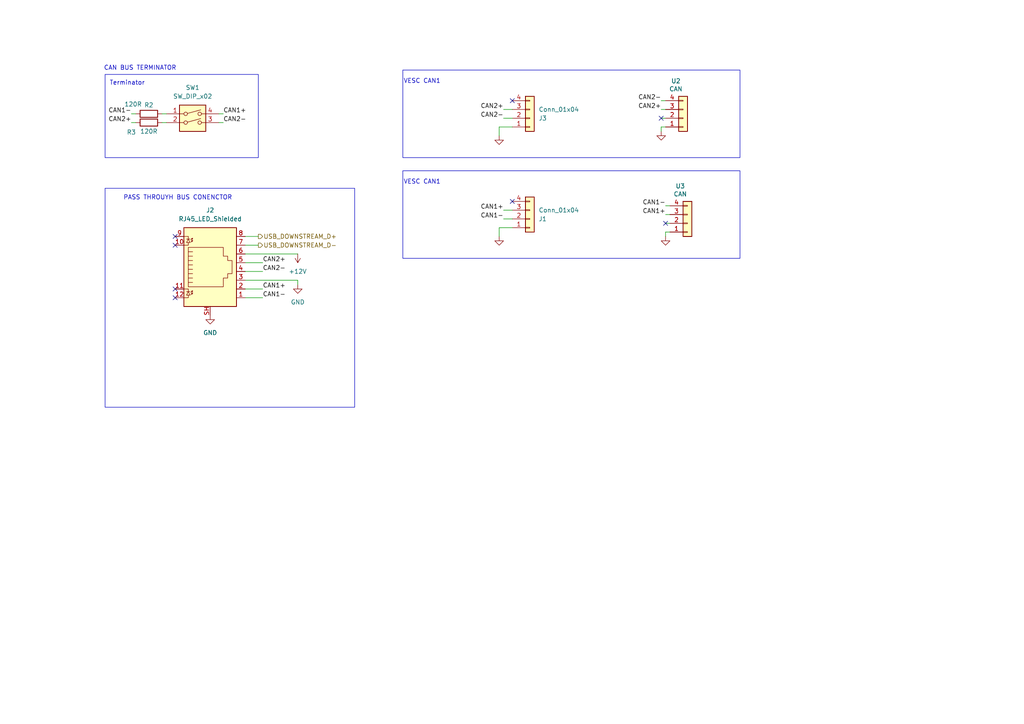
<source format=kicad_sch>
(kicad_sch (version 20231120) (generator "eeschema") (generator_version "8.0")
  (paper "A4")
  (lib_symbols
    (symbol "Connector:RJ45_LED_Shielded" (pin_names (offset 1.016))
      (property "Reference" "J" (at -5.08 13.97 0))
      (property "Value" "RJ45_LED_Shielded" (at 1.27 13.97 0))
      (symbol "RJ45_LED_Shielded_0_1"
        (polyline (pts (xy -7.62 -7.62) (xy -6.35 -7.62)))
        (polyline (pts (xy -7.62 -5.08) (xy -6.35 -5.08)))
        (polyline (pts (xy -7.62 7.62) (xy -6.35 7.62)))
        (polyline (pts (xy -7.62 10.16) (xy -6.35 10.16)))
        (polyline (pts (xy -6.858 -5.842) (xy -5.842 -5.842)))
        (polyline (pts (xy -6.858 9.398) (xy -5.842 9.398)))
        (polyline (pts (xy -6.35 -7.62) (xy -6.35 -6.858)))
        (polyline (pts (xy -6.35 -5.08) (xy -6.35 -5.842)))
        (polyline (pts (xy -6.35 7.62) (xy -6.35 8.382)))
        (polyline (pts (xy -6.35 10.16) (xy -6.35 9.398)))
        (polyline (pts (xy -5.08 -6.223) (xy -5.207 -6.604)))
        (polyline (pts (xy -5.08 -5.588) (xy -5.207 -5.969)))
        (polyline (pts (xy -5.08 4.445) (xy -6.35 4.445)))
        (polyline (pts (xy -5.08 5.715) (xy -6.35 5.715)))
        (polyline (pts (xy -5.08 9.017) (xy -5.207 8.636)))
        (polyline (pts (xy -5.08 9.652) (xy -5.207 9.271)))
        (polyline (pts (xy -6.35 -3.175) (xy -5.08 -3.175) (xy -5.08 -3.175)))
        (polyline (pts (xy -6.35 -1.905) (xy -5.08 -1.905) (xy -5.08 -1.905)))
        (polyline (pts (xy -6.35 -0.635) (xy -5.08 -0.635) (xy -5.08 -0.635)))
        (polyline (pts (xy -6.35 0.635) (xy -5.08 0.635) (xy -5.08 0.635)))
        (polyline (pts (xy -6.35 1.905) (xy -5.08 1.905) (xy -5.08 1.905)))
        (polyline (pts (xy -5.588 -6.731) (xy -5.08 -6.223) (xy -5.461 -6.35)))
        (polyline (pts (xy -5.588 -6.096) (xy -5.08 -5.588) (xy -5.461 -5.715)))
        (polyline (pts (xy -5.588 8.509) (xy -5.08 9.017) (xy -5.461 8.89)))
        (polyline (pts (xy -5.588 9.144) (xy -5.08 9.652) (xy -5.461 9.525)))
        (polyline (pts (xy -5.08 3.175) (xy -6.35 3.175) (xy -6.35 3.175)))
        (polyline (pts (xy -6.35 -5.842) (xy -6.858 -6.858) (xy -5.842 -6.858) (xy -6.35 -5.842)))
        (polyline (pts (xy -6.35 9.398) (xy -6.858 8.382) (xy -5.842 8.382) (xy -6.35 9.398)))
        (polyline (pts (xy -6.35 -4.445) (xy -6.35 6.985) (xy 3.81 6.985) (xy 3.81 4.445) (xy 5.08 4.445) (xy 5.08 3.175) (xy 6.35 3.175) (xy 6.35 -0.635) (xy 5.08 -0.635) (xy 5.08 -1.905) (xy 3.81 -1.905) (xy 3.81 -4.445) (xy -6.35 -4.445) (xy -6.35 -4.445)))
        (rectangle (start 7.62 12.7) (end -7.62 -10.16) (stroke (width 0.254)) (fill (type background)))
      )
      (symbol "RJ45_LED_Shielded_1_1"
        (pin passive line (at 10.16 -7.62 180) (length 2.54) (name "~") (number "1"))
        (pin passive line (at -10.16 7.62 0) (length 2.54) (name "~") (number "10"))
        (pin passive line (at -10.16 -5.08 0) (length 2.54) (name "~") (number "11"))
        (pin passive line (at -10.16 -7.62 0) (length 2.54) (name "~") (number "12"))
        (pin passive line (at 10.16 -5.08 180) (length 2.54) (name "~") (number "2"))
        (pin passive line (at 10.16 -2.54 180) (length 2.54) (name "~") (number "3"))
        (pin passive line (at 10.16 0 180) (length 2.54) (name "~") (number "4"))
        (pin passive line (at 10.16 2.54 180) (length 2.54) (name "~") (number "5"))
        (pin passive line (at 10.16 5.08 180) (length 2.54) (name "~") (number "6"))
        (pin passive line (at 10.16 7.62 180) (length 2.54) (name "~") (number "7"))
        (pin passive line (at 10.16 10.16 180) (length 2.54) (name "~") (number "8"))
        (pin passive line (at -10.16 10.16 0) (length 2.54) (name "~") (number "9"))
        (pin passive line (at 0 -12.7 90) (length 2.54) (name "~") (number "SH"))
      )
    )
    (symbol "Connector_Generic:Conn_01x04" (pin_names (offset 1.016) hide)
      (property "Reference" "J" (at 0 5.08 0))
      (property "Value" "Conn_01x04" (at 0 -7.62 0))
      (symbol "Conn_01x04_1_1"
        (rectangle (start -1.27 -4.953) (end 0 -5.207) (stroke (width 0.1524)))
        (rectangle (start -1.27 -2.413) (end 0 -2.667) (stroke (width 0.1524)))
        (rectangle (start -1.27 0.127) (end 0 -0.127) (stroke (width 0.1524)))
        (rectangle (start -1.27 2.667) (end 0 2.413) (stroke (width 0.1524)))
        (rectangle (start -1.27 3.81) (end 1.27 -6.35) (stroke (width 0.254)) (fill (type background)))
        (pin passive line (at -5.08 2.54 0) (length 3.81) (name "Pin_1") (number "1"))
        (pin passive line (at -5.08 0 0) (length 3.81) (name "Pin_2") (number "2"))
        (pin passive line (at -5.08 -2.54 0) (length 3.81) (name "Pin_3") (number "3"))
        (pin passive line (at -5.08 -5.08 0) (length 3.81) (name "Pin_4") (number "4"))
      )
    )
    (symbol "Device:R" (pin_numbers hide) (pin_names (offset 0))
      (property "Reference" "R" (at 2.032 0 90))
      (property "Value" "R" (at 0 0 90))
      (symbol "R_0_1"
        (rectangle (start -1.016 -2.54) (end 1.016 2.54) (stroke (width 0.254)))
      )
      (symbol "R_1_1"
        (pin passive line (at 0 3.81 270) (length 1.27) (name "~") (number "1"))
        (pin passive line (at 0 -3.81 90) (length 1.27) (name "~") (number "2"))
      )
    )
    (symbol "Switch:SW_DIP_x02" (pin_names (offset 0) hide)
      (property "Reference" "SW" (at 0 6.35 0))
      (property "Value" "SW_DIP_x02" (at 0 -3.81 0))
      (symbol "SW_DIP_x02_0_0"
        (circle (center -2.032 0) (radius 0.508))
        (circle (center -2.032 2.54) (radius 0.508))
        (polyline (pts (xy -1.524 0.127) (xy 2.3622 1.1684)))
        (polyline (pts (xy -1.524 2.667) (xy 2.3622 3.7084)))
        (circle (center 2.032 0) (radius 0.508))
        (circle (center 2.032 2.54) (radius 0.508))
      )
      (symbol "SW_DIP_x02_0_1"
        (rectangle (start -3.81 5.08) (end 3.81 -2.54) (stroke (width 0.254)) (fill (type background)))
      )
      (symbol "SW_DIP_x02_1_1"
        (pin passive line (at -7.62 2.54 0) (length 5.08) (name "~") (number "1"))
        (pin passive line (at -7.62 0 0) (length 5.08) (name "~") (number "2"))
        (pin passive line (at 7.62 0 180) (length 5.08) (name "~") (number "3"))
        (pin passive line (at 7.62 2.54 180) (length 5.08) (name "~") (number "4"))
      )
    )
    (symbol "power:+12V" (power) (pin_numbers hide) (pin_names (offset 0) hide)
      (property "Value" "+12V" (at 0 3.556 0))
      (symbol "+12V_0_1"
        (polyline (pts (xy -0.762 1.27) (xy 0 2.54)))
        (polyline (pts (xy 0 0) (xy 0 2.54)))
        (polyline (pts (xy 0 2.54) (xy 0.762 1.27)))
      )
      (symbol "+12V_1_1"
        (pin power_in line (at 0 0 90) (length 0) (name "~") (number "1"))
      )
    )
    (symbol "power:GND" (power) (pin_names (offset 0))
      (property "Value" "GND" (at 0 -3.81 0))
      (symbol "GND_0_1"
        (polyline (pts (xy 0 0) (xy 0 -1.27) (xy 1.27 -1.27) (xy 0 -2.54) (xy -1.27 -1.27) (xy 0 -1.27)))
      )
      (symbol "GND_1_1"
        (pin power_in line (at 0 0 270) (length 0) hide (name "GND") (number "1"))
      )
    )
  )
  (no_connect (at 50.8 86.36))
  (no_connect (at 148.59 58.42))
  (no_connect (at 50.8 71.12))
  (no_connect (at 191.77 34.29))
  (no_connect (at 50.8 83.82))
  (no_connect (at 50.8 68.58))
  (no_connect (at 148.59 29.21))
  (no_connect (at 193.04 64.77))
  (wire (pts (xy 144.78 36.83) (xy 148.59 36.83)))
  (wire (pts (xy 193.04 67.31) (xy 194.31 67.31)))
  (wire (pts (xy 71.12 76.2) (xy 76.2 76.2)))
  (wire (pts (xy 193.04 62.23) (xy 194.31 62.23)))
  (wire (pts (xy 46.99 35.56) (xy 48.26 35.56)))
  (wire (pts (xy 71.12 86.36) (xy 76.2 86.36)))
  (wire (pts (xy 146.05 63.5) (xy 148.59 63.5)))
  (wire (pts (xy 191.77 36.83) (xy 191.77 38.1)))
  (wire (pts (xy 144.78 39.37) (xy 144.78 36.83)))
  (wire (pts (xy 38.1 33.02) (xy 39.37 33.02)))
  (wire (pts (xy 144.78 68.58) (xy 144.78 66.04)))
  (wire (pts (xy 191.77 29.21) (xy 193.04 29.21)))
  (wire (pts (xy 86.36 81.28) (xy 86.36 82.55)))
  (wire (pts (xy 191.77 31.75) (xy 193.04 31.75)))
  (wire (pts (xy 146.05 31.75) (xy 148.59 31.75)))
  (wire (pts (xy 144.78 66.04) (xy 148.59 66.04)))
  (wire (pts (xy 71.12 78.74) (xy 76.2 78.74)))
  (wire (pts (xy 193.04 59.69) (xy 194.31 59.69)))
  (wire (pts (xy 191.77 36.83) (xy 193.04 36.83)))
  (wire (pts (xy 71.12 68.58) (xy 74.93 68.58)))
  (wire (pts (xy 191.77 34.29) (xy 193.04 34.29)))
  (wire (pts (xy 46.99 33.02) (xy 48.26 33.02)))
  (wire (pts (xy 71.12 73.66) (xy 86.36 73.66)))
  (wire (pts (xy 38.1 35.56) (xy 39.37 35.56)))
  (wire (pts (xy 193.04 64.77) (xy 194.31 64.77)))
  (wire (pts (xy 146.05 60.96) (xy 148.59 60.96)))
  (wire (pts (xy 63.5 35.56) (xy 64.77 35.56)))
  (wire (pts (xy 71.12 71.12) (xy 74.93 71.12)))
  (wire (pts (xy 63.5 33.02) (xy 64.77 33.02)))
  (wire (pts (xy 71.12 83.82) (xy 76.2 83.82)))
  (wire (pts (xy 193.04 67.31) (xy 193.04 68.58)))
  (wire (pts (xy 146.05 34.29) (xy 148.59 34.29)))
  (wire (pts (xy 71.12 81.28) (xy 86.36 81.28)))
  (rectangle (start 116.84 20.32) (end 214.63 45.72))
  (rectangle (start 74.93 21.59) (end 30.48 45.72))
  (rectangle (start 30.48 54.61) (end 102.87 118.11))
  (rectangle (start 116.84 49.53) (end 214.63 74.93))
  (text "PASS THROUYH BUS CONENCTOR" (at 51.562 57.404 0) (effects (font (size 1.27 1.27))))
  (text "CAN BUS TERMINATOR" (at 40.64 19.812 0) (effects (font (size 1.27 1.27))))
  (text "VESC CAN1\n" (at 122.428 23.622 0) (effects (font (size 1.27 1.27))))
  (text "Terminator" (at 31.75 24.892 0) (effects (font (size 1.27 1.27)) (justify left bottom)))
  (text "VESC CAN1\n" (at 122.428 52.832 0) (effects (font (size 1.27 1.27))))
  (label "CAN2-" (at 191.77 29.21 180))
  (label "CAN1-" (at 38.1 33.02 180))
  (label "CAN2+" (at 146.05 31.75 180))
  (label "CAN1-" (at 76.2 86.36 0))
  (label "CAN1+" (at 193.04 62.23 180))
  (label "CAN2+" (at 191.77 31.75 180))
  (label "CAN1+" (at 146.05 60.96 180))
  (label "CAN1+" (at 64.77 33.02 0))
  (label "CAN1+" (at 76.2 83.82 0))
  (label "CAN2-" (at 146.05 34.29 180))
  (label "CAN2-" (at 76.2 78.74 0))
  (label "CAN2-" (at 64.77 35.56 0))
  (label "CAN1-" (at 193.04 59.69 180))
  (label "CAN1-" (at 146.05 63.5 180))
  (label "CAN2+" (at 76.2 76.2 0))
  (label "CAN2+" (at 38.1 35.56 180))
  (hierarchical_label "USB_DOWNSTREAM_D-" (shape output) (at 74.93 71.12 0))
  (hierarchical_label "USB_DOWNSTREAM_D+" (shape output) (at 74.93 68.58 0))
  (symbol (lib_id "Connector_Generic:Conn_01x04") (at 199.39 64.77 0) (mirror x) (unit 1)
    (property "Reference" "U3" (at 197.3072 53.975 0))
    (property "Value" "CAN" (at 197.3072 56.2864 0))
    (property "Footprint" "Connector_Molex:Molex_Micro-Fit_3.0_43045-0412_2x02_P3.00mm_Vertical" (effects (hide yes)))
  )
  (symbol (lib_id "Connector:RJ45_LED_Shielded") (at 60.96 78.74 0) (unit 1)
    (property "Reference" "J2" (at 60.96 60.96 0))
    (property "Value" "RJ45_LED_Shielded" (at 60.96 63.5 0))
    (property "Footprint" "Connector_RJ:RJ45_Amphenol_RJHSE538X" (effects (hide yes)))
    (property "Description" "RJ connector, 8P8C (8 positions 8 connected), two LEDs, Shielded" (effects (hide yes)))
  )
  (symbol (lib_id "Device:R") (at 43.18 35.56 90) (unit 1)
    (property "Reference" "R3" (at 38.1 38.354 90))
    (property "Value" "120R" (at 43.18 38.1 90))
    (property "Footprint" "Resistor_SMD:R_0603_1608Metric" (effects (hide yes)))
  )
  (symbol (lib_id "power:GND") (at 193.04 68.58 0) (unit 1)
    (property "Reference" "#PWR016" (effects (hide yes)))
    (property "Value" "GND" (effects (hide yes)))
  )
  (symbol (lib_id "power:+12V") (at 86.36 73.66 180) (unit 1)
    (property "Reference" "#PWR05" (effects (hide yes)))
    (property "Value" "+12V" (at 86.36 78.74 0))
    (property "Description" "Power symbol creates a global label with name \"+12V\"" (effects (hide yes)))
  )
  (symbol (lib_id "Connector_Generic:Conn_01x04") (at 153.67 63.5 0) (mirror x) (unit 1)
    (property "Reference" "J1" (at 156.21 63.5001 0) (effects (justify left)))
    (property "Value" "Conn_01x04" (at 156.21 60.9601 0) (effects (justify left)))
    (property "Footprint" "Connector_JST:JST_XH_B4B-XH-A_1x04_P2.50mm_Vertical" (effects (hide yes)))
    (property "Description" "Generic connector, single row, 01x04, script generated (kicad-library-utils/schlib/autogen/connector/)" (effects (hide yes)))
  )
  (symbol (lib_id "power:GND") (at 191.77 38.1 0) (unit 1)
    (property "Reference" "#PWR015" (effects (hide yes)))
    (property "Value" "GND" (effects (hide yes)))
  )
  (symbol (lib_id "power:GND") (at 60.96 91.44 0) (unit 1)
    (property "Reference" "#PWR01" (effects (hide yes)))
    (property "Value" "GND" (at 60.96 96.52 0))
    (property "Description" "Power symbol creates a global label with name \"GND\" , ground" (effects (hide yes)))
  )
  (symbol (lib_id "power:GND") (at 144.78 68.58 0) (unit 1)
    (property "Reference" "#PWR03" (effects (hide yes)))
    (property "Value" "GND" (effects (hide yes)))
  )
  (symbol (lib_id "power:GND") (at 86.36 82.55 0) (unit 1)
    (property "Reference" "#PWR06" (effects (hide yes)))
    (property "Value" "GND" (at 86.36 87.63 0))
    (property "Description" "Power symbol creates a global label with name \"GND\" , ground" (effects (hide yes)))
  )
  (symbol (lib_id "Connector_Generic:Conn_01x04") (at 198.12 34.29 0) (mirror x) (unit 1)
    (property "Reference" "U2" (at 196.0372 23.495 0))
    (property "Value" "CAN" (at 196.0372 25.8064 0))
    (property "Footprint" "Connector_Molex:Molex_Micro-Fit_3.0_43045-0412_2x02_P3.00mm_Vertical" (effects (hide yes)))
  )
  (symbol (lib_id "Device:R") (at 43.18 33.02 90) (unit 1)
    (property "Reference" "R2" (at 43.18 30.48 90))
    (property "Value" "120R" (at 38.608 30.226 90))
    (property "Footprint" "Resistor_SMD:R_0603_1608Metric" (effects (hide yes)))
  )
  (symbol (lib_id "Switch:SW_DIP_x02") (at 55.88 35.56 0) (unit 1)
    (property "Reference" "SW1" (at 55.88 25.4 0))
    (property "Value" "SW_DIP_x02" (at 55.88 27.94 0))
    (property "Footprint" "Button_Switch_THT:SW_DIP_SPSTx02_Slide_6.7x6.64mm_W7.62mm_P2.54mm_LowProfile" (effects (hide yes)))
    (property "Description" "2x DIP Switch, Single Pole Single Throw (SPST) switch, small symbol" (effects (hide yes)))
  )
  (symbol (lib_id "Connector_Generic:Conn_01x04") (at 153.67 34.29 0) (mirror x) (unit 1)
    (property "Reference" "J3" (at 156.21 34.2901 0) (effects (justify left)))
    (property "Value" "Conn_01x04" (at 156.21 31.7501 0) (effects (justify left)))
    (property "Footprint" "Connector_JST:JST_XH_B4B-XH-A_1x04_P2.50mm_Vertical" (effects (hide yes)))
    (property "Description" "Generic connector, single row, 01x04, script generated (kicad-library-utils/schlib/autogen/connector/)" (effects (hide yes)))
  )
  (symbol (lib_id "power:GND") (at 144.78 39.37 0) (unit 1)
    (property "Reference" "#PWR07" (effects (hide yes)))
    (property "Value" "GND" (effects (hide yes)))
  )
)
</source>
